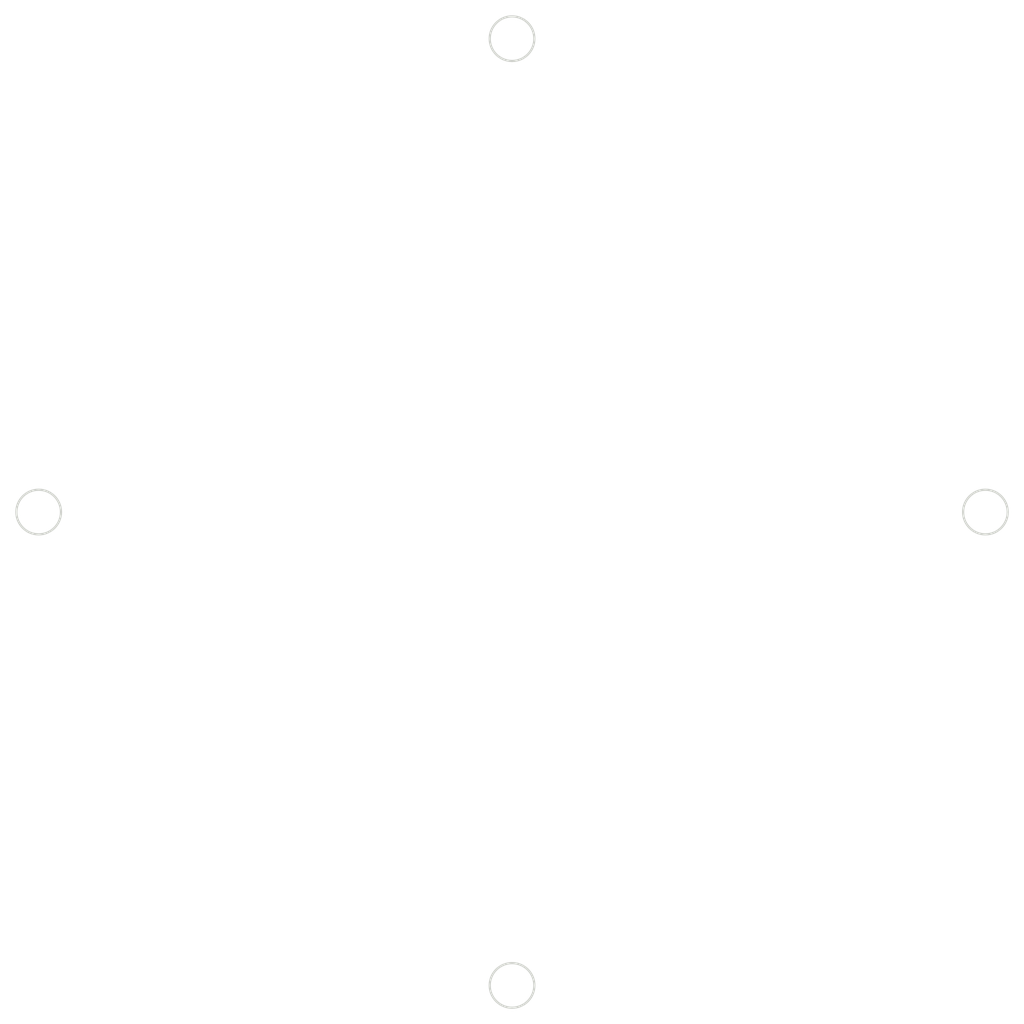
<source format=kicad_pcb>
(kicad_pcb (version 3) (host pcbnew "(2013-jul-07)-stable")

  (general
    (links 0)
    (no_connects 0)
    (area 0 0 0 0)
    (thickness 1.6)
    (drawings 12)
    (tracks 0)
    (zones 0)
    (modules 0)
    (nets 1)
  )

  (page A3)
  (layers
    (15 F.Cu signal)
    (0 B.Cu signal)
    (16 B.Adhes user)
    (17 F.Adhes user)
    (18 B.Paste user)
    (19 F.Paste user)
    (20 B.SilkS user)
    (21 F.SilkS user)
    (22 B.Mask user)
    (23 F.Mask user)
    (24 Dwgs.User user)
    (25 Cmts.User user)
    (26 Eco1.User user)
    (27 Eco2.User user)
    (28 Edge.Cuts user)
  )

  (setup
    (last_trace_width 0.254)
    (trace_clearance 0.254)
    (zone_clearance 0.508)
    (zone_45_only no)
    (trace_min 0.254)
    (segment_width 0.2)
    (edge_width 0.15)
    (via_size 0.889)
    (via_drill 0.635)
    (via_min_size 0.889)
    (via_min_drill 0.508)
    (uvia_size 0.508)
    (uvia_drill 0.127)
    (uvias_allowed no)
    (uvia_min_size 0.508)
    (uvia_min_drill 0.127)
    (pcb_text_width 0.3)
    (pcb_text_size 1.5 1.5)
    (mod_edge_width 0.15)
    (mod_text_size 1.5 1.5)
    (mod_text_width 0.15)
    (pad_size 1.524 1.524)
    (pad_drill 0.762)
    (pad_to_mask_clearance 0.2)
    (aux_axis_origin 0 0)
    (visible_elements FFFFFFBF)
    (pcbplotparams
      (layerselection 3178497)
      (usegerberextensions true)
      (excludeedgelayer true)
      (linewidth 0.100000)
      (plotframeref false)
      (viasonmask false)
      (mode 1)
      (useauxorigin false)
      (hpglpennumber 1)
      (hpglpenspeed 20)
      (hpglpendiameter 15)
      (hpglpenoverlay 2)
      (psnegative false)
      (psa4output false)
      (plotreference true)
      (plotvalue true)
      (plotothertext true)
      (plotinvisibletext false)
      (padsonsilk false)
      (subtractmaskfromsilk false)
      (outputformat 1)
      (mirror false)
      (drillshape 1)
      (scaleselection 1)
      (outputdirectory ""))
  )

  (net 0 "")

  (net_class Default "This is the default net class."
    (clearance 0.254)
    (trace_width 0.254)
    (via_dia 0.889)
    (via_drill 0.635)
    (uvia_dia 0.508)
    (uvia_drill 0.127)
    (add_net "")
  )

  (gr_circle (center 176.48 139.56) (end 176.48 138.06) (layer Edge.Cuts) (width 0.15))
  (gr_circle (center 176.48 139.56) (end 176.48 137.06) (layer Dwgs.User) (width 0.2))
  (gr_circle (center 208.3 171.38) (end 210.8 171.38) (layer Dwgs.User) (width 0.2))
  (gr_circle (center 208.3 171.38) (end 209.8 171.38) (layer Edge.Cuts) (width 0.15))
  (gr_circle (center 240.12 139.56) (end 240.12 141.06) (layer Edge.Cuts) (width 0.15))
  (gr_circle (center 240.12 139.56) (end 240.12 142.06) (layer Dwgs.User) (width 0.2))
  (gr_circle (center 208.3 107.74) (end 210.8 107.74) (layer Dwgs.User) (width 0.2))
  (gr_circle (center 208.3 107.74) (end 209.8 107.74) (layer Edge.Cuts) (width 0.15))
  (gr_line (start 208.3 107.74) (end 176.48 139.56) (angle 90) (layer Dwgs.User) (width 0.2))
  (gr_line (start 240.12 139.56) (end 208.3 107.74) (angle 90) (layer Dwgs.User) (width 0.2))
  (gr_line (start 208.3 171.38) (end 240.12 139.56) (angle 90) (layer Dwgs.User) (width 0.2))
  (gr_line (start 176.48 139.56) (end 208.3 171.38) (angle 90) (layer Dwgs.User) (width 0.2))

)

</source>
